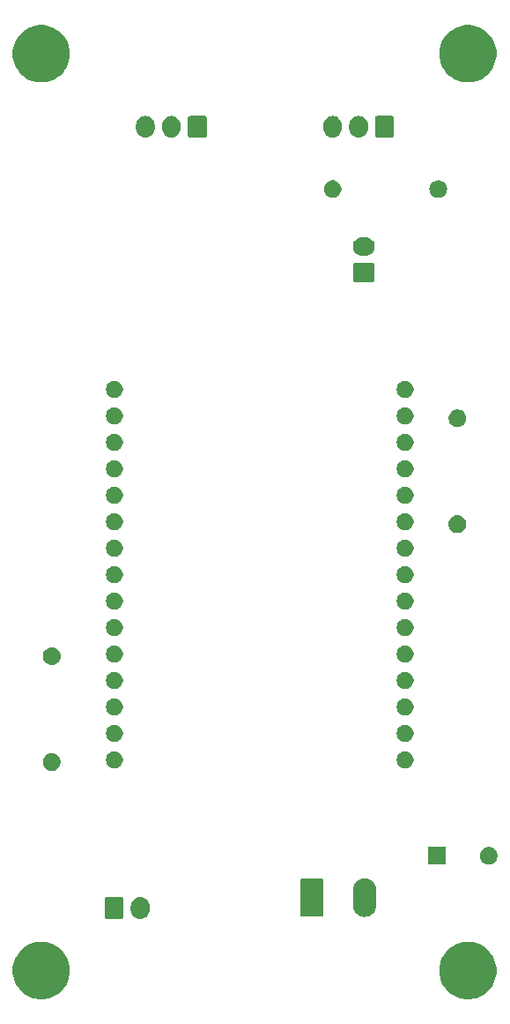
<source format=gbr>
G04 #@! TF.GenerationSoftware,KiCad,Pcbnew,(5.1.4)-1*
G04 #@! TF.CreationDate,2022-03-06T23:24:09-05:00*
G04 #@! TF.ProjectId,wifi_remote_leds,77696669-5f72-4656-9d6f-74655f6c6564,rev?*
G04 #@! TF.SameCoordinates,Original*
G04 #@! TF.FileFunction,Soldermask,Top*
G04 #@! TF.FilePolarity,Negative*
%FSLAX46Y46*%
G04 Gerber Fmt 4.6, Leading zero omitted, Abs format (unit mm)*
G04 Created by KiCad (PCBNEW (5.1.4)-1) date 2022-03-06 23:24:09*
%MOMM*%
%LPD*%
G04 APERTURE LIST*
%ADD10C,0.100000*%
G04 APERTURE END LIST*
D10*
G36*
X120536694Y-113301860D02*
G01*
X120802437Y-113354719D01*
X121303087Y-113562095D01*
X121483561Y-113682684D01*
X121753660Y-113863158D01*
X122136842Y-114246340D01*
X122317316Y-114516439D01*
X122437905Y-114696913D01*
X122645281Y-115197563D01*
X122751000Y-115729050D01*
X122751000Y-116270950D01*
X122645281Y-116802437D01*
X122437905Y-117303087D01*
X122317316Y-117483561D01*
X122136842Y-117753660D01*
X121753660Y-118136842D01*
X121483561Y-118317316D01*
X121303087Y-118437905D01*
X120802437Y-118645281D01*
X120536694Y-118698140D01*
X120270951Y-118751000D01*
X119729049Y-118751000D01*
X119463306Y-118698140D01*
X119197563Y-118645281D01*
X118696913Y-118437905D01*
X118516439Y-118317316D01*
X118246340Y-118136842D01*
X117863158Y-117753660D01*
X117682684Y-117483561D01*
X117562095Y-117303087D01*
X117354719Y-116802437D01*
X117249000Y-116270950D01*
X117249000Y-115729050D01*
X117354719Y-115197563D01*
X117562095Y-114696913D01*
X117682684Y-114516439D01*
X117863158Y-114246340D01*
X118246340Y-113863158D01*
X118516439Y-113682684D01*
X118696913Y-113562095D01*
X119197563Y-113354719D01*
X119463306Y-113301860D01*
X119729049Y-113249000D01*
X120270951Y-113249000D01*
X120536694Y-113301860D01*
X120536694Y-113301860D01*
G37*
G36*
X79536694Y-113301860D02*
G01*
X79802437Y-113354719D01*
X80303087Y-113562095D01*
X80483561Y-113682684D01*
X80753660Y-113863158D01*
X81136842Y-114246340D01*
X81317316Y-114516439D01*
X81437905Y-114696913D01*
X81645281Y-115197563D01*
X81751000Y-115729050D01*
X81751000Y-116270950D01*
X81645281Y-116802437D01*
X81437905Y-117303087D01*
X81317316Y-117483561D01*
X81136842Y-117753660D01*
X80753660Y-118136842D01*
X80483561Y-118317316D01*
X80303087Y-118437905D01*
X79802437Y-118645281D01*
X79536694Y-118698140D01*
X79270951Y-118751000D01*
X78729049Y-118751000D01*
X78463306Y-118698140D01*
X78197563Y-118645281D01*
X77696913Y-118437905D01*
X77516439Y-118317316D01*
X77246340Y-118136842D01*
X76863158Y-117753660D01*
X76682684Y-117483561D01*
X76562095Y-117303087D01*
X76354719Y-116802437D01*
X76249000Y-116270950D01*
X76249000Y-115729050D01*
X76354719Y-115197563D01*
X76562095Y-114696913D01*
X76682684Y-114516439D01*
X76863158Y-114246340D01*
X77246340Y-113863158D01*
X77516439Y-113682684D01*
X77696913Y-113562095D01*
X78197563Y-113354719D01*
X78463306Y-113301860D01*
X78729049Y-113249000D01*
X79270951Y-113249000D01*
X79536694Y-113301860D01*
X79536694Y-113301860D01*
G37*
G36*
X88676626Y-108962037D02*
G01*
X88846465Y-109013557D01*
X88846467Y-109013558D01*
X89002989Y-109097221D01*
X89140186Y-109209814D01*
X89223448Y-109311271D01*
X89252778Y-109347009D01*
X89336443Y-109503534D01*
X89387963Y-109673373D01*
X89401000Y-109805742D01*
X89401000Y-110194257D01*
X89387963Y-110326626D01*
X89336443Y-110496466D01*
X89252778Y-110652991D01*
X89237570Y-110671522D01*
X89140186Y-110790186D01*
X89059651Y-110856278D01*
X89002991Y-110902778D01*
X88846466Y-110986443D01*
X88676627Y-111037963D01*
X88500000Y-111055359D01*
X88323374Y-111037963D01*
X88153535Y-110986443D01*
X87997010Y-110902778D01*
X87859815Y-110790185D01*
X87747222Y-110652991D01*
X87663557Y-110496466D01*
X87612037Y-110326627D01*
X87599000Y-110194258D01*
X87599000Y-109805743D01*
X87612037Y-109673374D01*
X87663557Y-109503535D01*
X87747222Y-109347010D01*
X87747223Y-109347009D01*
X87859814Y-109209814D01*
X87961271Y-109126552D01*
X87997009Y-109097222D01*
X88153534Y-109013557D01*
X88323373Y-108962037D01*
X88500000Y-108944641D01*
X88676626Y-108962037D01*
X88676626Y-108962037D01*
G37*
G36*
X86758600Y-108952989D02*
G01*
X86791652Y-108963015D01*
X86822103Y-108979292D01*
X86848799Y-109001201D01*
X86870708Y-109027897D01*
X86886985Y-109058348D01*
X86897011Y-109091400D01*
X86901000Y-109131903D01*
X86901000Y-110868097D01*
X86897011Y-110908600D01*
X86886985Y-110941652D01*
X86870708Y-110972103D01*
X86848799Y-110998799D01*
X86822103Y-111020708D01*
X86791652Y-111036985D01*
X86758600Y-111047011D01*
X86718097Y-111051000D01*
X85281903Y-111051000D01*
X85241400Y-111047011D01*
X85208348Y-111036985D01*
X85177897Y-111020708D01*
X85151201Y-110998799D01*
X85129292Y-110972103D01*
X85113015Y-110941652D01*
X85102989Y-110908600D01*
X85099000Y-110868097D01*
X85099000Y-109131903D01*
X85102989Y-109091400D01*
X85113015Y-109058348D01*
X85129292Y-109027897D01*
X85151201Y-109001201D01*
X85177897Y-108979292D01*
X85208348Y-108963015D01*
X85241400Y-108952989D01*
X85281903Y-108949000D01*
X86718097Y-108949000D01*
X86758600Y-108952989D01*
X86758600Y-108952989D01*
G37*
G36*
X110293870Y-107164786D02*
G01*
X110404779Y-107198430D01*
X110495053Y-107225814D01*
X110499529Y-107227172D01*
X110656165Y-107310896D01*
X110689059Y-107328478D01*
X110855186Y-107464814D01*
X110991522Y-107630941D01*
X110991525Y-107630945D01*
X111092828Y-107820470D01*
X111155214Y-108026129D01*
X111171000Y-108186409D01*
X111171000Y-109813591D01*
X111155214Y-109973871D01*
X111092828Y-110179530D01*
X110991525Y-110369055D01*
X110991523Y-110369058D01*
X110991522Y-110369059D01*
X110855186Y-110535186D01*
X110711639Y-110652991D01*
X110689055Y-110671525D01*
X110499530Y-110772828D01*
X110499527Y-110772829D01*
X110488058Y-110776308D01*
X110293871Y-110835214D01*
X110080000Y-110856278D01*
X109866130Y-110835214D01*
X109671943Y-110776308D01*
X109660474Y-110772829D01*
X109660471Y-110772828D01*
X109470946Y-110671525D01*
X109448362Y-110652991D01*
X109304815Y-110535186D01*
X109168479Y-110369059D01*
X109168478Y-110369058D01*
X109168476Y-110369055D01*
X109067171Y-110179527D01*
X109004786Y-109973874D01*
X108989000Y-109813591D01*
X108989000Y-108186410D01*
X109004786Y-108026130D01*
X109067172Y-107820471D01*
X109168477Y-107630943D01*
X109168478Y-107630941D01*
X109304814Y-107464814D01*
X109470941Y-107328478D01*
X109470942Y-107328477D01*
X109470945Y-107328475D01*
X109660470Y-107227172D01*
X109664947Y-107225814D01*
X109755220Y-107198430D01*
X109866129Y-107164786D01*
X110080000Y-107143722D01*
X110293870Y-107164786D01*
X110293870Y-107164786D01*
G37*
G36*
X105956217Y-107152808D02*
G01*
X105987489Y-107162294D01*
X106016308Y-107177698D01*
X106041570Y-107198430D01*
X106062302Y-107223692D01*
X106077706Y-107252511D01*
X106087192Y-107283783D01*
X106091000Y-107322448D01*
X106091000Y-110677552D01*
X106087192Y-110716217D01*
X106077706Y-110747489D01*
X106062302Y-110776308D01*
X106041570Y-110801570D01*
X106016308Y-110822302D01*
X105987489Y-110837706D01*
X105956217Y-110847192D01*
X105917552Y-110851000D01*
X104082448Y-110851000D01*
X104043783Y-110847192D01*
X104012511Y-110837706D01*
X103983692Y-110822302D01*
X103958430Y-110801570D01*
X103937698Y-110776308D01*
X103922294Y-110747489D01*
X103912808Y-110716217D01*
X103909000Y-110677552D01*
X103909000Y-107322448D01*
X103912808Y-107283783D01*
X103922294Y-107252511D01*
X103937698Y-107223692D01*
X103958430Y-107198430D01*
X103983692Y-107177698D01*
X104012511Y-107162294D01*
X104043783Y-107152808D01*
X104082448Y-107149000D01*
X105917552Y-107149000D01*
X105956217Y-107152808D01*
X105956217Y-107152808D01*
G37*
G36*
X117851000Y-105851000D02*
G01*
X116149000Y-105851000D01*
X116149000Y-104149000D01*
X117851000Y-104149000D01*
X117851000Y-105851000D01*
X117851000Y-105851000D01*
G37*
G36*
X122248228Y-104181703D02*
G01*
X122403100Y-104245853D01*
X122542481Y-104338985D01*
X122661015Y-104457519D01*
X122754147Y-104596900D01*
X122818297Y-104751772D01*
X122851000Y-104916184D01*
X122851000Y-105083816D01*
X122818297Y-105248228D01*
X122754147Y-105403100D01*
X122661015Y-105542481D01*
X122542481Y-105661015D01*
X122403100Y-105754147D01*
X122248228Y-105818297D01*
X122083816Y-105851000D01*
X121916184Y-105851000D01*
X121751772Y-105818297D01*
X121596900Y-105754147D01*
X121457519Y-105661015D01*
X121338985Y-105542481D01*
X121245853Y-105403100D01*
X121181703Y-105248228D01*
X121149000Y-105083816D01*
X121149000Y-104916184D01*
X121181703Y-104751772D01*
X121245853Y-104596900D01*
X121338985Y-104457519D01*
X121457519Y-104338985D01*
X121596900Y-104245853D01*
X121751772Y-104181703D01*
X121916184Y-104149000D01*
X122083816Y-104149000D01*
X122248228Y-104181703D01*
X122248228Y-104181703D01*
G37*
G36*
X80248228Y-95181703D02*
G01*
X80403100Y-95245853D01*
X80542481Y-95338985D01*
X80661015Y-95457519D01*
X80754147Y-95596900D01*
X80818297Y-95751772D01*
X80851000Y-95916184D01*
X80851000Y-96083816D01*
X80818297Y-96248228D01*
X80754147Y-96403100D01*
X80661015Y-96542481D01*
X80542481Y-96661015D01*
X80403100Y-96754147D01*
X80248228Y-96818297D01*
X80083816Y-96851000D01*
X79916184Y-96851000D01*
X79751772Y-96818297D01*
X79596900Y-96754147D01*
X79457519Y-96661015D01*
X79338985Y-96542481D01*
X79245853Y-96403100D01*
X79181703Y-96248228D01*
X79149000Y-96083816D01*
X79149000Y-95916184D01*
X79181703Y-95751772D01*
X79245853Y-95596900D01*
X79338985Y-95457519D01*
X79457519Y-95338985D01*
X79596900Y-95245853D01*
X79751772Y-95181703D01*
X79916184Y-95149000D01*
X80083816Y-95149000D01*
X80248228Y-95181703D01*
X80248228Y-95181703D01*
G37*
G36*
X86267142Y-94998242D02*
G01*
X86415101Y-95059529D01*
X86548255Y-95148499D01*
X86661501Y-95261745D01*
X86750471Y-95394899D01*
X86811758Y-95542858D01*
X86843000Y-95699925D01*
X86843000Y-95860075D01*
X86811758Y-96017142D01*
X86750471Y-96165101D01*
X86661501Y-96298255D01*
X86548255Y-96411501D01*
X86415101Y-96500471D01*
X86267142Y-96561758D01*
X86110075Y-96593000D01*
X85949925Y-96593000D01*
X85792858Y-96561758D01*
X85644899Y-96500471D01*
X85511745Y-96411501D01*
X85398499Y-96298255D01*
X85309529Y-96165101D01*
X85248242Y-96017142D01*
X85217000Y-95860075D01*
X85217000Y-95699925D01*
X85248242Y-95542858D01*
X85309529Y-95394899D01*
X85398499Y-95261745D01*
X85511745Y-95148499D01*
X85644899Y-95059529D01*
X85792858Y-94998242D01*
X85949925Y-94967000D01*
X86110075Y-94967000D01*
X86267142Y-94998242D01*
X86267142Y-94998242D01*
G37*
G36*
X114207142Y-94998242D02*
G01*
X114355101Y-95059529D01*
X114488255Y-95148499D01*
X114601501Y-95261745D01*
X114690471Y-95394899D01*
X114751758Y-95542858D01*
X114783000Y-95699925D01*
X114783000Y-95860075D01*
X114751758Y-96017142D01*
X114690471Y-96165101D01*
X114601501Y-96298255D01*
X114488255Y-96411501D01*
X114355101Y-96500471D01*
X114207142Y-96561758D01*
X114050075Y-96593000D01*
X113889925Y-96593000D01*
X113732858Y-96561758D01*
X113584899Y-96500471D01*
X113451745Y-96411501D01*
X113338499Y-96298255D01*
X113249529Y-96165101D01*
X113188242Y-96017142D01*
X113157000Y-95860075D01*
X113157000Y-95699925D01*
X113188242Y-95542858D01*
X113249529Y-95394899D01*
X113338499Y-95261745D01*
X113451745Y-95148499D01*
X113584899Y-95059529D01*
X113732858Y-94998242D01*
X113889925Y-94967000D01*
X114050075Y-94967000D01*
X114207142Y-94998242D01*
X114207142Y-94998242D01*
G37*
G36*
X114207142Y-92458242D02*
G01*
X114355101Y-92519529D01*
X114488255Y-92608499D01*
X114601501Y-92721745D01*
X114690471Y-92854899D01*
X114751758Y-93002858D01*
X114783000Y-93159925D01*
X114783000Y-93320075D01*
X114751758Y-93477142D01*
X114690471Y-93625101D01*
X114601501Y-93758255D01*
X114488255Y-93871501D01*
X114355101Y-93960471D01*
X114207142Y-94021758D01*
X114050075Y-94053000D01*
X113889925Y-94053000D01*
X113732858Y-94021758D01*
X113584899Y-93960471D01*
X113451745Y-93871501D01*
X113338499Y-93758255D01*
X113249529Y-93625101D01*
X113188242Y-93477142D01*
X113157000Y-93320075D01*
X113157000Y-93159925D01*
X113188242Y-93002858D01*
X113249529Y-92854899D01*
X113338499Y-92721745D01*
X113451745Y-92608499D01*
X113584899Y-92519529D01*
X113732858Y-92458242D01*
X113889925Y-92427000D01*
X114050075Y-92427000D01*
X114207142Y-92458242D01*
X114207142Y-92458242D01*
G37*
G36*
X86267142Y-92458242D02*
G01*
X86415101Y-92519529D01*
X86548255Y-92608499D01*
X86661501Y-92721745D01*
X86750471Y-92854899D01*
X86811758Y-93002858D01*
X86843000Y-93159925D01*
X86843000Y-93320075D01*
X86811758Y-93477142D01*
X86750471Y-93625101D01*
X86661501Y-93758255D01*
X86548255Y-93871501D01*
X86415101Y-93960471D01*
X86267142Y-94021758D01*
X86110075Y-94053000D01*
X85949925Y-94053000D01*
X85792858Y-94021758D01*
X85644899Y-93960471D01*
X85511745Y-93871501D01*
X85398499Y-93758255D01*
X85309529Y-93625101D01*
X85248242Y-93477142D01*
X85217000Y-93320075D01*
X85217000Y-93159925D01*
X85248242Y-93002858D01*
X85309529Y-92854899D01*
X85398499Y-92721745D01*
X85511745Y-92608499D01*
X85644899Y-92519529D01*
X85792858Y-92458242D01*
X85949925Y-92427000D01*
X86110075Y-92427000D01*
X86267142Y-92458242D01*
X86267142Y-92458242D01*
G37*
G36*
X86267142Y-89918242D02*
G01*
X86415101Y-89979529D01*
X86548255Y-90068499D01*
X86661501Y-90181745D01*
X86750471Y-90314899D01*
X86811758Y-90462858D01*
X86843000Y-90619925D01*
X86843000Y-90780075D01*
X86811758Y-90937142D01*
X86750471Y-91085101D01*
X86661501Y-91218255D01*
X86548255Y-91331501D01*
X86415101Y-91420471D01*
X86267142Y-91481758D01*
X86110075Y-91513000D01*
X85949925Y-91513000D01*
X85792858Y-91481758D01*
X85644899Y-91420471D01*
X85511745Y-91331501D01*
X85398499Y-91218255D01*
X85309529Y-91085101D01*
X85248242Y-90937142D01*
X85217000Y-90780075D01*
X85217000Y-90619925D01*
X85248242Y-90462858D01*
X85309529Y-90314899D01*
X85398499Y-90181745D01*
X85511745Y-90068499D01*
X85644899Y-89979529D01*
X85792858Y-89918242D01*
X85949925Y-89887000D01*
X86110075Y-89887000D01*
X86267142Y-89918242D01*
X86267142Y-89918242D01*
G37*
G36*
X114207142Y-89918242D02*
G01*
X114355101Y-89979529D01*
X114488255Y-90068499D01*
X114601501Y-90181745D01*
X114690471Y-90314899D01*
X114751758Y-90462858D01*
X114783000Y-90619925D01*
X114783000Y-90780075D01*
X114751758Y-90937142D01*
X114690471Y-91085101D01*
X114601501Y-91218255D01*
X114488255Y-91331501D01*
X114355101Y-91420471D01*
X114207142Y-91481758D01*
X114050075Y-91513000D01*
X113889925Y-91513000D01*
X113732858Y-91481758D01*
X113584899Y-91420471D01*
X113451745Y-91331501D01*
X113338499Y-91218255D01*
X113249529Y-91085101D01*
X113188242Y-90937142D01*
X113157000Y-90780075D01*
X113157000Y-90619925D01*
X113188242Y-90462858D01*
X113249529Y-90314899D01*
X113338499Y-90181745D01*
X113451745Y-90068499D01*
X113584899Y-89979529D01*
X113732858Y-89918242D01*
X113889925Y-89887000D01*
X114050075Y-89887000D01*
X114207142Y-89918242D01*
X114207142Y-89918242D01*
G37*
G36*
X86267142Y-87378242D02*
G01*
X86415101Y-87439529D01*
X86548255Y-87528499D01*
X86661501Y-87641745D01*
X86750471Y-87774899D01*
X86811758Y-87922858D01*
X86843000Y-88079925D01*
X86843000Y-88240075D01*
X86811758Y-88397142D01*
X86750471Y-88545101D01*
X86661501Y-88678255D01*
X86548255Y-88791501D01*
X86415101Y-88880471D01*
X86267142Y-88941758D01*
X86110075Y-88973000D01*
X85949925Y-88973000D01*
X85792858Y-88941758D01*
X85644899Y-88880471D01*
X85511745Y-88791501D01*
X85398499Y-88678255D01*
X85309529Y-88545101D01*
X85248242Y-88397142D01*
X85217000Y-88240075D01*
X85217000Y-88079925D01*
X85248242Y-87922858D01*
X85309529Y-87774899D01*
X85398499Y-87641745D01*
X85511745Y-87528499D01*
X85644899Y-87439529D01*
X85792858Y-87378242D01*
X85949925Y-87347000D01*
X86110075Y-87347000D01*
X86267142Y-87378242D01*
X86267142Y-87378242D01*
G37*
G36*
X114207142Y-87378242D02*
G01*
X114355101Y-87439529D01*
X114488255Y-87528499D01*
X114601501Y-87641745D01*
X114690471Y-87774899D01*
X114751758Y-87922858D01*
X114783000Y-88079925D01*
X114783000Y-88240075D01*
X114751758Y-88397142D01*
X114690471Y-88545101D01*
X114601501Y-88678255D01*
X114488255Y-88791501D01*
X114355101Y-88880471D01*
X114207142Y-88941758D01*
X114050075Y-88973000D01*
X113889925Y-88973000D01*
X113732858Y-88941758D01*
X113584899Y-88880471D01*
X113451745Y-88791501D01*
X113338499Y-88678255D01*
X113249529Y-88545101D01*
X113188242Y-88397142D01*
X113157000Y-88240075D01*
X113157000Y-88079925D01*
X113188242Y-87922858D01*
X113249529Y-87774899D01*
X113338499Y-87641745D01*
X113451745Y-87528499D01*
X113584899Y-87439529D01*
X113732858Y-87378242D01*
X113889925Y-87347000D01*
X114050075Y-87347000D01*
X114207142Y-87378242D01*
X114207142Y-87378242D01*
G37*
G36*
X80166823Y-85001313D02*
G01*
X80327242Y-85049976D01*
X80424091Y-85101743D01*
X80475078Y-85128996D01*
X80604659Y-85235341D01*
X80711004Y-85364922D01*
X80711005Y-85364924D01*
X80790024Y-85512758D01*
X80838687Y-85673177D01*
X80855117Y-85840000D01*
X80838687Y-86006823D01*
X80790024Y-86167242D01*
X80719114Y-86299906D01*
X80711004Y-86315078D01*
X80604659Y-86444659D01*
X80475078Y-86551004D01*
X80475076Y-86551005D01*
X80327242Y-86630024D01*
X80166823Y-86678687D01*
X80041804Y-86691000D01*
X79958196Y-86691000D01*
X79833177Y-86678687D01*
X79672758Y-86630024D01*
X79524924Y-86551005D01*
X79524922Y-86551004D01*
X79395341Y-86444659D01*
X79288996Y-86315078D01*
X79280886Y-86299906D01*
X79209976Y-86167242D01*
X79161313Y-86006823D01*
X79144883Y-85840000D01*
X79161313Y-85673177D01*
X79209976Y-85512758D01*
X79288995Y-85364924D01*
X79288996Y-85364922D01*
X79395341Y-85235341D01*
X79524922Y-85128996D01*
X79575909Y-85101743D01*
X79672758Y-85049976D01*
X79833177Y-85001313D01*
X79958196Y-84989000D01*
X80041804Y-84989000D01*
X80166823Y-85001313D01*
X80166823Y-85001313D01*
G37*
G36*
X86267142Y-84838242D02*
G01*
X86415101Y-84899529D01*
X86548255Y-84988499D01*
X86661501Y-85101745D01*
X86750471Y-85234899D01*
X86811758Y-85382858D01*
X86843000Y-85539925D01*
X86843000Y-85700075D01*
X86811758Y-85857142D01*
X86750471Y-86005101D01*
X86661501Y-86138255D01*
X86548255Y-86251501D01*
X86415101Y-86340471D01*
X86267142Y-86401758D01*
X86110075Y-86433000D01*
X85949925Y-86433000D01*
X85792858Y-86401758D01*
X85644899Y-86340471D01*
X85511745Y-86251501D01*
X85398499Y-86138255D01*
X85309529Y-86005101D01*
X85248242Y-85857142D01*
X85217000Y-85700075D01*
X85217000Y-85539925D01*
X85248242Y-85382858D01*
X85309529Y-85234899D01*
X85398499Y-85101745D01*
X85511745Y-84988499D01*
X85644899Y-84899529D01*
X85792858Y-84838242D01*
X85949925Y-84807000D01*
X86110075Y-84807000D01*
X86267142Y-84838242D01*
X86267142Y-84838242D01*
G37*
G36*
X114207142Y-84838242D02*
G01*
X114355101Y-84899529D01*
X114488255Y-84988499D01*
X114601501Y-85101745D01*
X114690471Y-85234899D01*
X114751758Y-85382858D01*
X114783000Y-85539925D01*
X114783000Y-85700075D01*
X114751758Y-85857142D01*
X114690471Y-86005101D01*
X114601501Y-86138255D01*
X114488255Y-86251501D01*
X114355101Y-86340471D01*
X114207142Y-86401758D01*
X114050075Y-86433000D01*
X113889925Y-86433000D01*
X113732858Y-86401758D01*
X113584899Y-86340471D01*
X113451745Y-86251501D01*
X113338499Y-86138255D01*
X113249529Y-86005101D01*
X113188242Y-85857142D01*
X113157000Y-85700075D01*
X113157000Y-85539925D01*
X113188242Y-85382858D01*
X113249529Y-85234899D01*
X113338499Y-85101745D01*
X113451745Y-84988499D01*
X113584899Y-84899529D01*
X113732858Y-84838242D01*
X113889925Y-84807000D01*
X114050075Y-84807000D01*
X114207142Y-84838242D01*
X114207142Y-84838242D01*
G37*
G36*
X86267142Y-82298242D02*
G01*
X86415101Y-82359529D01*
X86548255Y-82448499D01*
X86661501Y-82561745D01*
X86750471Y-82694899D01*
X86811758Y-82842858D01*
X86843000Y-82999925D01*
X86843000Y-83160075D01*
X86811758Y-83317142D01*
X86750471Y-83465101D01*
X86661501Y-83598255D01*
X86548255Y-83711501D01*
X86415101Y-83800471D01*
X86267142Y-83861758D01*
X86110075Y-83893000D01*
X85949925Y-83893000D01*
X85792858Y-83861758D01*
X85644899Y-83800471D01*
X85511745Y-83711501D01*
X85398499Y-83598255D01*
X85309529Y-83465101D01*
X85248242Y-83317142D01*
X85217000Y-83160075D01*
X85217000Y-82999925D01*
X85248242Y-82842858D01*
X85309529Y-82694899D01*
X85398499Y-82561745D01*
X85511745Y-82448499D01*
X85644899Y-82359529D01*
X85792858Y-82298242D01*
X85949925Y-82267000D01*
X86110075Y-82267000D01*
X86267142Y-82298242D01*
X86267142Y-82298242D01*
G37*
G36*
X114207142Y-82298242D02*
G01*
X114355101Y-82359529D01*
X114488255Y-82448499D01*
X114601501Y-82561745D01*
X114690471Y-82694899D01*
X114751758Y-82842858D01*
X114783000Y-82999925D01*
X114783000Y-83160075D01*
X114751758Y-83317142D01*
X114690471Y-83465101D01*
X114601501Y-83598255D01*
X114488255Y-83711501D01*
X114355101Y-83800471D01*
X114207142Y-83861758D01*
X114050075Y-83893000D01*
X113889925Y-83893000D01*
X113732858Y-83861758D01*
X113584899Y-83800471D01*
X113451745Y-83711501D01*
X113338499Y-83598255D01*
X113249529Y-83465101D01*
X113188242Y-83317142D01*
X113157000Y-83160075D01*
X113157000Y-82999925D01*
X113188242Y-82842858D01*
X113249529Y-82694899D01*
X113338499Y-82561745D01*
X113451745Y-82448499D01*
X113584899Y-82359529D01*
X113732858Y-82298242D01*
X113889925Y-82267000D01*
X114050075Y-82267000D01*
X114207142Y-82298242D01*
X114207142Y-82298242D01*
G37*
G36*
X114207142Y-79758242D02*
G01*
X114355101Y-79819529D01*
X114488255Y-79908499D01*
X114601501Y-80021745D01*
X114690471Y-80154899D01*
X114751758Y-80302858D01*
X114783000Y-80459925D01*
X114783000Y-80620075D01*
X114751758Y-80777142D01*
X114690471Y-80925101D01*
X114601501Y-81058255D01*
X114488255Y-81171501D01*
X114355101Y-81260471D01*
X114207142Y-81321758D01*
X114050075Y-81353000D01*
X113889925Y-81353000D01*
X113732858Y-81321758D01*
X113584899Y-81260471D01*
X113451745Y-81171501D01*
X113338499Y-81058255D01*
X113249529Y-80925101D01*
X113188242Y-80777142D01*
X113157000Y-80620075D01*
X113157000Y-80459925D01*
X113188242Y-80302858D01*
X113249529Y-80154899D01*
X113338499Y-80021745D01*
X113451745Y-79908499D01*
X113584899Y-79819529D01*
X113732858Y-79758242D01*
X113889925Y-79727000D01*
X114050075Y-79727000D01*
X114207142Y-79758242D01*
X114207142Y-79758242D01*
G37*
G36*
X86267142Y-79758242D02*
G01*
X86415101Y-79819529D01*
X86548255Y-79908499D01*
X86661501Y-80021745D01*
X86750471Y-80154899D01*
X86811758Y-80302858D01*
X86843000Y-80459925D01*
X86843000Y-80620075D01*
X86811758Y-80777142D01*
X86750471Y-80925101D01*
X86661501Y-81058255D01*
X86548255Y-81171501D01*
X86415101Y-81260471D01*
X86267142Y-81321758D01*
X86110075Y-81353000D01*
X85949925Y-81353000D01*
X85792858Y-81321758D01*
X85644899Y-81260471D01*
X85511745Y-81171501D01*
X85398499Y-81058255D01*
X85309529Y-80925101D01*
X85248242Y-80777142D01*
X85217000Y-80620075D01*
X85217000Y-80459925D01*
X85248242Y-80302858D01*
X85309529Y-80154899D01*
X85398499Y-80021745D01*
X85511745Y-79908499D01*
X85644899Y-79819529D01*
X85792858Y-79758242D01*
X85949925Y-79727000D01*
X86110075Y-79727000D01*
X86267142Y-79758242D01*
X86267142Y-79758242D01*
G37*
G36*
X114207142Y-77218242D02*
G01*
X114355101Y-77279529D01*
X114488255Y-77368499D01*
X114601501Y-77481745D01*
X114690471Y-77614899D01*
X114751758Y-77762858D01*
X114783000Y-77919925D01*
X114783000Y-78080075D01*
X114751758Y-78237142D01*
X114690471Y-78385101D01*
X114601501Y-78518255D01*
X114488255Y-78631501D01*
X114355101Y-78720471D01*
X114207142Y-78781758D01*
X114050075Y-78813000D01*
X113889925Y-78813000D01*
X113732858Y-78781758D01*
X113584899Y-78720471D01*
X113451745Y-78631501D01*
X113338499Y-78518255D01*
X113249529Y-78385101D01*
X113188242Y-78237142D01*
X113157000Y-78080075D01*
X113157000Y-77919925D01*
X113188242Y-77762858D01*
X113249529Y-77614899D01*
X113338499Y-77481745D01*
X113451745Y-77368499D01*
X113584899Y-77279529D01*
X113732858Y-77218242D01*
X113889925Y-77187000D01*
X114050075Y-77187000D01*
X114207142Y-77218242D01*
X114207142Y-77218242D01*
G37*
G36*
X86267142Y-77218242D02*
G01*
X86415101Y-77279529D01*
X86548255Y-77368499D01*
X86661501Y-77481745D01*
X86750471Y-77614899D01*
X86811758Y-77762858D01*
X86843000Y-77919925D01*
X86843000Y-78080075D01*
X86811758Y-78237142D01*
X86750471Y-78385101D01*
X86661501Y-78518255D01*
X86548255Y-78631501D01*
X86415101Y-78720471D01*
X86267142Y-78781758D01*
X86110075Y-78813000D01*
X85949925Y-78813000D01*
X85792858Y-78781758D01*
X85644899Y-78720471D01*
X85511745Y-78631501D01*
X85398499Y-78518255D01*
X85309529Y-78385101D01*
X85248242Y-78237142D01*
X85217000Y-78080075D01*
X85217000Y-77919925D01*
X85248242Y-77762858D01*
X85309529Y-77614899D01*
X85398499Y-77481745D01*
X85511745Y-77368499D01*
X85644899Y-77279529D01*
X85792858Y-77218242D01*
X85949925Y-77187000D01*
X86110075Y-77187000D01*
X86267142Y-77218242D01*
X86267142Y-77218242D01*
G37*
G36*
X86267142Y-74678242D02*
G01*
X86415101Y-74739529D01*
X86548255Y-74828499D01*
X86661501Y-74941745D01*
X86750471Y-75074899D01*
X86811758Y-75222858D01*
X86843000Y-75379925D01*
X86843000Y-75540075D01*
X86811758Y-75697142D01*
X86750471Y-75845101D01*
X86661501Y-75978255D01*
X86548255Y-76091501D01*
X86415101Y-76180471D01*
X86267142Y-76241758D01*
X86110075Y-76273000D01*
X85949925Y-76273000D01*
X85792858Y-76241758D01*
X85644899Y-76180471D01*
X85511745Y-76091501D01*
X85398499Y-75978255D01*
X85309529Y-75845101D01*
X85248242Y-75697142D01*
X85217000Y-75540075D01*
X85217000Y-75379925D01*
X85248242Y-75222858D01*
X85309529Y-75074899D01*
X85398499Y-74941745D01*
X85511745Y-74828499D01*
X85644899Y-74739529D01*
X85792858Y-74678242D01*
X85949925Y-74647000D01*
X86110075Y-74647000D01*
X86267142Y-74678242D01*
X86267142Y-74678242D01*
G37*
G36*
X114207142Y-74678242D02*
G01*
X114355101Y-74739529D01*
X114488255Y-74828499D01*
X114601501Y-74941745D01*
X114690471Y-75074899D01*
X114751758Y-75222858D01*
X114783000Y-75379925D01*
X114783000Y-75540075D01*
X114751758Y-75697142D01*
X114690471Y-75845101D01*
X114601501Y-75978255D01*
X114488255Y-76091501D01*
X114355101Y-76180471D01*
X114207142Y-76241758D01*
X114050075Y-76273000D01*
X113889925Y-76273000D01*
X113732858Y-76241758D01*
X113584899Y-76180471D01*
X113451745Y-76091501D01*
X113338499Y-75978255D01*
X113249529Y-75845101D01*
X113188242Y-75697142D01*
X113157000Y-75540075D01*
X113157000Y-75379925D01*
X113188242Y-75222858D01*
X113249529Y-75074899D01*
X113338499Y-74941745D01*
X113451745Y-74828499D01*
X113584899Y-74739529D01*
X113732858Y-74678242D01*
X113889925Y-74647000D01*
X114050075Y-74647000D01*
X114207142Y-74678242D01*
X114207142Y-74678242D01*
G37*
G36*
X119166823Y-72321313D02*
G01*
X119327242Y-72369976D01*
X119459906Y-72440886D01*
X119475078Y-72448996D01*
X119604659Y-72555341D01*
X119711004Y-72684922D01*
X119711005Y-72684924D01*
X119790024Y-72832758D01*
X119838687Y-72993177D01*
X119855117Y-73160000D01*
X119838687Y-73326823D01*
X119790024Y-73487242D01*
X119755678Y-73551499D01*
X119711004Y-73635078D01*
X119604659Y-73764659D01*
X119475078Y-73871004D01*
X119475076Y-73871005D01*
X119327242Y-73950024D01*
X119166823Y-73998687D01*
X119041804Y-74011000D01*
X118958196Y-74011000D01*
X118833177Y-73998687D01*
X118672758Y-73950024D01*
X118524924Y-73871005D01*
X118524922Y-73871004D01*
X118395341Y-73764659D01*
X118288996Y-73635078D01*
X118244322Y-73551499D01*
X118209976Y-73487242D01*
X118161313Y-73326823D01*
X118144883Y-73160000D01*
X118161313Y-72993177D01*
X118209976Y-72832758D01*
X118288995Y-72684924D01*
X118288996Y-72684922D01*
X118395341Y-72555341D01*
X118524922Y-72448996D01*
X118540094Y-72440886D01*
X118672758Y-72369976D01*
X118833177Y-72321313D01*
X118958196Y-72309000D01*
X119041804Y-72309000D01*
X119166823Y-72321313D01*
X119166823Y-72321313D01*
G37*
G36*
X86267142Y-72138242D02*
G01*
X86415101Y-72199529D01*
X86548255Y-72288499D01*
X86661501Y-72401745D01*
X86750471Y-72534899D01*
X86811758Y-72682858D01*
X86843000Y-72839925D01*
X86843000Y-73000075D01*
X86811758Y-73157142D01*
X86750471Y-73305101D01*
X86661501Y-73438255D01*
X86548255Y-73551501D01*
X86415101Y-73640471D01*
X86267142Y-73701758D01*
X86110075Y-73733000D01*
X85949925Y-73733000D01*
X85792858Y-73701758D01*
X85644899Y-73640471D01*
X85511745Y-73551501D01*
X85398499Y-73438255D01*
X85309529Y-73305101D01*
X85248242Y-73157142D01*
X85217000Y-73000075D01*
X85217000Y-72839925D01*
X85248242Y-72682858D01*
X85309529Y-72534899D01*
X85398499Y-72401745D01*
X85511745Y-72288499D01*
X85644899Y-72199529D01*
X85792858Y-72138242D01*
X85949925Y-72107000D01*
X86110075Y-72107000D01*
X86267142Y-72138242D01*
X86267142Y-72138242D01*
G37*
G36*
X114207142Y-72138242D02*
G01*
X114355101Y-72199529D01*
X114488255Y-72288499D01*
X114601501Y-72401745D01*
X114690471Y-72534899D01*
X114751758Y-72682858D01*
X114783000Y-72839925D01*
X114783000Y-73000075D01*
X114751758Y-73157142D01*
X114690471Y-73305101D01*
X114601501Y-73438255D01*
X114488255Y-73551501D01*
X114355101Y-73640471D01*
X114207142Y-73701758D01*
X114050075Y-73733000D01*
X113889925Y-73733000D01*
X113732858Y-73701758D01*
X113584899Y-73640471D01*
X113451745Y-73551501D01*
X113338499Y-73438255D01*
X113249529Y-73305101D01*
X113188242Y-73157142D01*
X113157000Y-73000075D01*
X113157000Y-72839925D01*
X113188242Y-72682858D01*
X113249529Y-72534899D01*
X113338499Y-72401745D01*
X113451745Y-72288499D01*
X113584899Y-72199529D01*
X113732858Y-72138242D01*
X113889925Y-72107000D01*
X114050075Y-72107000D01*
X114207142Y-72138242D01*
X114207142Y-72138242D01*
G37*
G36*
X114207142Y-69598242D02*
G01*
X114355101Y-69659529D01*
X114488255Y-69748499D01*
X114601501Y-69861745D01*
X114690471Y-69994899D01*
X114751758Y-70142858D01*
X114783000Y-70299925D01*
X114783000Y-70460075D01*
X114751758Y-70617142D01*
X114690471Y-70765101D01*
X114601501Y-70898255D01*
X114488255Y-71011501D01*
X114355101Y-71100471D01*
X114207142Y-71161758D01*
X114050075Y-71193000D01*
X113889925Y-71193000D01*
X113732858Y-71161758D01*
X113584899Y-71100471D01*
X113451745Y-71011501D01*
X113338499Y-70898255D01*
X113249529Y-70765101D01*
X113188242Y-70617142D01*
X113157000Y-70460075D01*
X113157000Y-70299925D01*
X113188242Y-70142858D01*
X113249529Y-69994899D01*
X113338499Y-69861745D01*
X113451745Y-69748499D01*
X113584899Y-69659529D01*
X113732858Y-69598242D01*
X113889925Y-69567000D01*
X114050075Y-69567000D01*
X114207142Y-69598242D01*
X114207142Y-69598242D01*
G37*
G36*
X86267142Y-69598242D02*
G01*
X86415101Y-69659529D01*
X86548255Y-69748499D01*
X86661501Y-69861745D01*
X86750471Y-69994899D01*
X86811758Y-70142858D01*
X86843000Y-70299925D01*
X86843000Y-70460075D01*
X86811758Y-70617142D01*
X86750471Y-70765101D01*
X86661501Y-70898255D01*
X86548255Y-71011501D01*
X86415101Y-71100471D01*
X86267142Y-71161758D01*
X86110075Y-71193000D01*
X85949925Y-71193000D01*
X85792858Y-71161758D01*
X85644899Y-71100471D01*
X85511745Y-71011501D01*
X85398499Y-70898255D01*
X85309529Y-70765101D01*
X85248242Y-70617142D01*
X85217000Y-70460075D01*
X85217000Y-70299925D01*
X85248242Y-70142858D01*
X85309529Y-69994899D01*
X85398499Y-69861745D01*
X85511745Y-69748499D01*
X85644899Y-69659529D01*
X85792858Y-69598242D01*
X85949925Y-69567000D01*
X86110075Y-69567000D01*
X86267142Y-69598242D01*
X86267142Y-69598242D01*
G37*
G36*
X114207142Y-67058242D02*
G01*
X114355101Y-67119529D01*
X114488255Y-67208499D01*
X114601501Y-67321745D01*
X114690471Y-67454899D01*
X114751758Y-67602858D01*
X114783000Y-67759925D01*
X114783000Y-67920075D01*
X114751758Y-68077142D01*
X114690471Y-68225101D01*
X114601501Y-68358255D01*
X114488255Y-68471501D01*
X114355101Y-68560471D01*
X114207142Y-68621758D01*
X114050075Y-68653000D01*
X113889925Y-68653000D01*
X113732858Y-68621758D01*
X113584899Y-68560471D01*
X113451745Y-68471501D01*
X113338499Y-68358255D01*
X113249529Y-68225101D01*
X113188242Y-68077142D01*
X113157000Y-67920075D01*
X113157000Y-67759925D01*
X113188242Y-67602858D01*
X113249529Y-67454899D01*
X113338499Y-67321745D01*
X113451745Y-67208499D01*
X113584899Y-67119529D01*
X113732858Y-67058242D01*
X113889925Y-67027000D01*
X114050075Y-67027000D01*
X114207142Y-67058242D01*
X114207142Y-67058242D01*
G37*
G36*
X86267142Y-67058242D02*
G01*
X86415101Y-67119529D01*
X86548255Y-67208499D01*
X86661501Y-67321745D01*
X86750471Y-67454899D01*
X86811758Y-67602858D01*
X86843000Y-67759925D01*
X86843000Y-67920075D01*
X86811758Y-68077142D01*
X86750471Y-68225101D01*
X86661501Y-68358255D01*
X86548255Y-68471501D01*
X86415101Y-68560471D01*
X86267142Y-68621758D01*
X86110075Y-68653000D01*
X85949925Y-68653000D01*
X85792858Y-68621758D01*
X85644899Y-68560471D01*
X85511745Y-68471501D01*
X85398499Y-68358255D01*
X85309529Y-68225101D01*
X85248242Y-68077142D01*
X85217000Y-67920075D01*
X85217000Y-67759925D01*
X85248242Y-67602858D01*
X85309529Y-67454899D01*
X85398499Y-67321745D01*
X85511745Y-67208499D01*
X85644899Y-67119529D01*
X85792858Y-67058242D01*
X85949925Y-67027000D01*
X86110075Y-67027000D01*
X86267142Y-67058242D01*
X86267142Y-67058242D01*
G37*
G36*
X114207142Y-64518242D02*
G01*
X114355101Y-64579529D01*
X114488255Y-64668499D01*
X114601501Y-64781745D01*
X114690471Y-64914899D01*
X114751758Y-65062858D01*
X114783000Y-65219925D01*
X114783000Y-65380075D01*
X114751758Y-65537142D01*
X114690471Y-65685101D01*
X114601501Y-65818255D01*
X114488255Y-65931501D01*
X114355101Y-66020471D01*
X114207142Y-66081758D01*
X114050075Y-66113000D01*
X113889925Y-66113000D01*
X113732858Y-66081758D01*
X113584899Y-66020471D01*
X113451745Y-65931501D01*
X113338499Y-65818255D01*
X113249529Y-65685101D01*
X113188242Y-65537142D01*
X113157000Y-65380075D01*
X113157000Y-65219925D01*
X113188242Y-65062858D01*
X113249529Y-64914899D01*
X113338499Y-64781745D01*
X113451745Y-64668499D01*
X113584899Y-64579529D01*
X113732858Y-64518242D01*
X113889925Y-64487000D01*
X114050075Y-64487000D01*
X114207142Y-64518242D01*
X114207142Y-64518242D01*
G37*
G36*
X86267142Y-64518242D02*
G01*
X86415101Y-64579529D01*
X86548255Y-64668499D01*
X86661501Y-64781745D01*
X86750471Y-64914899D01*
X86811758Y-65062858D01*
X86843000Y-65219925D01*
X86843000Y-65380075D01*
X86811758Y-65537142D01*
X86750471Y-65685101D01*
X86661501Y-65818255D01*
X86548255Y-65931501D01*
X86415101Y-66020471D01*
X86267142Y-66081758D01*
X86110075Y-66113000D01*
X85949925Y-66113000D01*
X85792858Y-66081758D01*
X85644899Y-66020471D01*
X85511745Y-65931501D01*
X85398499Y-65818255D01*
X85309529Y-65685101D01*
X85248242Y-65537142D01*
X85217000Y-65380075D01*
X85217000Y-65219925D01*
X85248242Y-65062858D01*
X85309529Y-64914899D01*
X85398499Y-64781745D01*
X85511745Y-64668499D01*
X85644899Y-64579529D01*
X85792858Y-64518242D01*
X85949925Y-64487000D01*
X86110075Y-64487000D01*
X86267142Y-64518242D01*
X86267142Y-64518242D01*
G37*
G36*
X119248228Y-62181703D02*
G01*
X119403100Y-62245853D01*
X119542481Y-62338985D01*
X119661015Y-62457519D01*
X119754147Y-62596900D01*
X119818297Y-62751772D01*
X119851000Y-62916184D01*
X119851000Y-63083816D01*
X119818297Y-63248228D01*
X119754147Y-63403100D01*
X119661015Y-63542481D01*
X119542481Y-63661015D01*
X119403100Y-63754147D01*
X119248228Y-63818297D01*
X119083816Y-63851000D01*
X118916184Y-63851000D01*
X118751772Y-63818297D01*
X118596900Y-63754147D01*
X118457519Y-63661015D01*
X118338985Y-63542481D01*
X118245853Y-63403100D01*
X118181703Y-63248228D01*
X118149000Y-63083816D01*
X118149000Y-62916184D01*
X118181703Y-62751772D01*
X118245853Y-62596900D01*
X118338985Y-62457519D01*
X118457519Y-62338985D01*
X118596900Y-62245853D01*
X118751772Y-62181703D01*
X118916184Y-62149000D01*
X119083816Y-62149000D01*
X119248228Y-62181703D01*
X119248228Y-62181703D01*
G37*
G36*
X114207142Y-61978242D02*
G01*
X114355101Y-62039529D01*
X114488255Y-62128499D01*
X114601501Y-62241745D01*
X114690471Y-62374899D01*
X114751758Y-62522858D01*
X114783000Y-62679925D01*
X114783000Y-62840075D01*
X114751758Y-62997142D01*
X114690471Y-63145101D01*
X114601501Y-63278255D01*
X114488255Y-63391501D01*
X114355101Y-63480471D01*
X114207142Y-63541758D01*
X114050075Y-63573000D01*
X113889925Y-63573000D01*
X113732858Y-63541758D01*
X113584899Y-63480471D01*
X113451745Y-63391501D01*
X113338499Y-63278255D01*
X113249529Y-63145101D01*
X113188242Y-62997142D01*
X113157000Y-62840075D01*
X113157000Y-62679925D01*
X113188242Y-62522858D01*
X113249529Y-62374899D01*
X113338499Y-62241745D01*
X113451745Y-62128499D01*
X113584899Y-62039529D01*
X113732858Y-61978242D01*
X113889925Y-61947000D01*
X114050075Y-61947000D01*
X114207142Y-61978242D01*
X114207142Y-61978242D01*
G37*
G36*
X86267142Y-61978242D02*
G01*
X86415101Y-62039529D01*
X86548255Y-62128499D01*
X86661501Y-62241745D01*
X86750471Y-62374899D01*
X86811758Y-62522858D01*
X86843000Y-62679925D01*
X86843000Y-62840075D01*
X86811758Y-62997142D01*
X86750471Y-63145101D01*
X86661501Y-63278255D01*
X86548255Y-63391501D01*
X86415101Y-63480471D01*
X86267142Y-63541758D01*
X86110075Y-63573000D01*
X85949925Y-63573000D01*
X85792858Y-63541758D01*
X85644899Y-63480471D01*
X85511745Y-63391501D01*
X85398499Y-63278255D01*
X85309529Y-63145101D01*
X85248242Y-62997142D01*
X85217000Y-62840075D01*
X85217000Y-62679925D01*
X85248242Y-62522858D01*
X85309529Y-62374899D01*
X85398499Y-62241745D01*
X85511745Y-62128499D01*
X85644899Y-62039529D01*
X85792858Y-61978242D01*
X85949925Y-61947000D01*
X86110075Y-61947000D01*
X86267142Y-61978242D01*
X86267142Y-61978242D01*
G37*
G36*
X114207142Y-59438242D02*
G01*
X114355101Y-59499529D01*
X114488255Y-59588499D01*
X114601501Y-59701745D01*
X114690471Y-59834899D01*
X114751758Y-59982858D01*
X114783000Y-60139925D01*
X114783000Y-60300075D01*
X114751758Y-60457142D01*
X114690471Y-60605101D01*
X114601501Y-60738255D01*
X114488255Y-60851501D01*
X114355101Y-60940471D01*
X114207142Y-61001758D01*
X114050075Y-61033000D01*
X113889925Y-61033000D01*
X113732858Y-61001758D01*
X113584899Y-60940471D01*
X113451745Y-60851501D01*
X113338499Y-60738255D01*
X113249529Y-60605101D01*
X113188242Y-60457142D01*
X113157000Y-60300075D01*
X113157000Y-60139925D01*
X113188242Y-59982858D01*
X113249529Y-59834899D01*
X113338499Y-59701745D01*
X113451745Y-59588499D01*
X113584899Y-59499529D01*
X113732858Y-59438242D01*
X113889925Y-59407000D01*
X114050075Y-59407000D01*
X114207142Y-59438242D01*
X114207142Y-59438242D01*
G37*
G36*
X86267142Y-59438242D02*
G01*
X86415101Y-59499529D01*
X86548255Y-59588499D01*
X86661501Y-59701745D01*
X86750471Y-59834899D01*
X86811758Y-59982858D01*
X86843000Y-60139925D01*
X86843000Y-60300075D01*
X86811758Y-60457142D01*
X86750471Y-60605101D01*
X86661501Y-60738255D01*
X86548255Y-60851501D01*
X86415101Y-60940471D01*
X86267142Y-61001758D01*
X86110075Y-61033000D01*
X85949925Y-61033000D01*
X85792858Y-61001758D01*
X85644899Y-60940471D01*
X85511745Y-60851501D01*
X85398499Y-60738255D01*
X85309529Y-60605101D01*
X85248242Y-60457142D01*
X85217000Y-60300075D01*
X85217000Y-60139925D01*
X85248242Y-59982858D01*
X85309529Y-59834899D01*
X85398499Y-59701745D01*
X85511745Y-59588499D01*
X85644899Y-59499529D01*
X85792858Y-59438242D01*
X85949925Y-59407000D01*
X86110075Y-59407000D01*
X86267142Y-59438242D01*
X86267142Y-59438242D01*
G37*
G36*
X110908600Y-48102989D02*
G01*
X110941652Y-48113015D01*
X110972103Y-48129292D01*
X110998799Y-48151201D01*
X111020708Y-48177897D01*
X111036985Y-48208348D01*
X111047011Y-48241400D01*
X111051000Y-48281903D01*
X111051000Y-49718097D01*
X111047011Y-49758600D01*
X111036985Y-49791652D01*
X111020708Y-49822103D01*
X110998799Y-49848799D01*
X110972103Y-49870708D01*
X110941652Y-49886985D01*
X110908600Y-49897011D01*
X110868097Y-49901000D01*
X109131903Y-49901000D01*
X109091400Y-49897011D01*
X109058348Y-49886985D01*
X109027897Y-49870708D01*
X109001201Y-49848799D01*
X108979292Y-49822103D01*
X108963015Y-49791652D01*
X108952989Y-49758600D01*
X108949000Y-49718097D01*
X108949000Y-48281903D01*
X108952989Y-48241400D01*
X108963015Y-48208348D01*
X108979292Y-48177897D01*
X109001201Y-48151201D01*
X109027897Y-48129292D01*
X109058348Y-48113015D01*
X109091400Y-48102989D01*
X109131903Y-48099000D01*
X110868097Y-48099000D01*
X110908600Y-48102989D01*
X110908600Y-48102989D01*
G37*
G36*
X110260442Y-45605518D02*
G01*
X110326627Y-45612037D01*
X110496466Y-45663557D01*
X110652991Y-45747222D01*
X110688729Y-45776552D01*
X110790186Y-45859814D01*
X110873448Y-45961271D01*
X110902778Y-45997009D01*
X110986443Y-46153534D01*
X111037963Y-46323373D01*
X111055359Y-46500000D01*
X111037963Y-46676627D01*
X110986443Y-46846466D01*
X110902778Y-47002991D01*
X110873448Y-47038729D01*
X110790186Y-47140186D01*
X110688729Y-47223448D01*
X110652991Y-47252778D01*
X110496466Y-47336443D01*
X110326627Y-47387963D01*
X110260443Y-47394481D01*
X110194260Y-47401000D01*
X109805740Y-47401000D01*
X109739557Y-47394481D01*
X109673373Y-47387963D01*
X109503534Y-47336443D01*
X109347009Y-47252778D01*
X109311271Y-47223448D01*
X109209814Y-47140186D01*
X109126552Y-47038729D01*
X109097222Y-47002991D01*
X109013557Y-46846466D01*
X108962037Y-46676627D01*
X108944641Y-46500000D01*
X108962037Y-46323373D01*
X109013557Y-46153534D01*
X109097222Y-45997009D01*
X109126552Y-45961271D01*
X109209814Y-45859814D01*
X109311271Y-45776552D01*
X109347009Y-45747222D01*
X109503534Y-45663557D01*
X109673373Y-45612037D01*
X109739558Y-45605518D01*
X109805740Y-45599000D01*
X110194260Y-45599000D01*
X110260442Y-45605518D01*
X110260442Y-45605518D01*
G37*
G36*
X117326823Y-40161313D02*
G01*
X117487242Y-40209976D01*
X117554361Y-40245852D01*
X117635078Y-40288996D01*
X117764659Y-40395341D01*
X117871004Y-40524922D01*
X117871005Y-40524924D01*
X117950024Y-40672758D01*
X117998687Y-40833177D01*
X118015117Y-41000000D01*
X117998687Y-41166823D01*
X117950024Y-41327242D01*
X117909477Y-41403100D01*
X117871004Y-41475078D01*
X117764659Y-41604659D01*
X117635078Y-41711004D01*
X117635076Y-41711005D01*
X117487242Y-41790024D01*
X117326823Y-41838687D01*
X117201804Y-41851000D01*
X117118196Y-41851000D01*
X116993177Y-41838687D01*
X116832758Y-41790024D01*
X116684924Y-41711005D01*
X116684922Y-41711004D01*
X116555341Y-41604659D01*
X116448996Y-41475078D01*
X116410523Y-41403100D01*
X116369976Y-41327242D01*
X116321313Y-41166823D01*
X116304883Y-41000000D01*
X116321313Y-40833177D01*
X116369976Y-40672758D01*
X116448995Y-40524924D01*
X116448996Y-40524922D01*
X116555341Y-40395341D01*
X116684922Y-40288996D01*
X116765639Y-40245852D01*
X116832758Y-40209976D01*
X116993177Y-40161313D01*
X117118196Y-40149000D01*
X117201804Y-40149000D01*
X117326823Y-40161313D01*
X117326823Y-40161313D01*
G37*
G36*
X107248228Y-40181703D02*
G01*
X107403100Y-40245853D01*
X107542481Y-40338985D01*
X107661015Y-40457519D01*
X107754147Y-40596900D01*
X107818297Y-40751772D01*
X107851000Y-40916184D01*
X107851000Y-41083816D01*
X107818297Y-41248228D01*
X107754147Y-41403100D01*
X107661015Y-41542481D01*
X107542481Y-41661015D01*
X107403100Y-41754147D01*
X107248228Y-41818297D01*
X107083816Y-41851000D01*
X106916184Y-41851000D01*
X106751772Y-41818297D01*
X106596900Y-41754147D01*
X106457519Y-41661015D01*
X106338985Y-41542481D01*
X106245853Y-41403100D01*
X106181703Y-41248228D01*
X106149000Y-41083816D01*
X106149000Y-40916184D01*
X106181703Y-40751772D01*
X106245853Y-40596900D01*
X106338985Y-40457519D01*
X106457519Y-40338985D01*
X106596900Y-40245853D01*
X106751772Y-40181703D01*
X106916184Y-40149000D01*
X107083816Y-40149000D01*
X107248228Y-40181703D01*
X107248228Y-40181703D01*
G37*
G36*
X91676627Y-33987037D02*
G01*
X91846466Y-34038557D01*
X92002991Y-34122222D01*
X92038729Y-34151552D01*
X92140186Y-34234814D01*
X92223448Y-34336271D01*
X92252778Y-34372009D01*
X92336443Y-34528534D01*
X92387963Y-34698374D01*
X92401000Y-34830743D01*
X92401000Y-35169258D01*
X92387963Y-35301627D01*
X92336443Y-35471466D01*
X92252778Y-35627991D01*
X92223448Y-35663729D01*
X92140186Y-35765186D01*
X92002989Y-35877779D01*
X91846467Y-35961442D01*
X91846465Y-35961443D01*
X91676626Y-36012963D01*
X91500000Y-36030359D01*
X91323373Y-36012963D01*
X91153534Y-35961443D01*
X90997009Y-35877778D01*
X90954750Y-35843097D01*
X90859814Y-35765186D01*
X90747221Y-35627989D01*
X90663558Y-35471467D01*
X90663557Y-35471465D01*
X90612037Y-35301626D01*
X90599000Y-35169257D01*
X90599000Y-34830742D01*
X90612037Y-34698373D01*
X90663557Y-34528534D01*
X90747222Y-34372009D01*
X90859815Y-34234815D01*
X90997010Y-34122222D01*
X91153535Y-34038557D01*
X91323374Y-33987037D01*
X91500000Y-33969641D01*
X91676627Y-33987037D01*
X91676627Y-33987037D01*
G37*
G36*
X107176627Y-33987037D02*
G01*
X107346466Y-34038557D01*
X107502991Y-34122222D01*
X107538729Y-34151552D01*
X107640186Y-34234814D01*
X107723448Y-34336271D01*
X107752778Y-34372009D01*
X107836443Y-34528534D01*
X107887963Y-34698374D01*
X107901000Y-34830743D01*
X107901000Y-35169258D01*
X107887963Y-35301627D01*
X107836443Y-35471466D01*
X107752778Y-35627991D01*
X107723448Y-35663729D01*
X107640186Y-35765186D01*
X107502989Y-35877779D01*
X107346467Y-35961442D01*
X107346465Y-35961443D01*
X107176626Y-36012963D01*
X107000000Y-36030359D01*
X106823373Y-36012963D01*
X106653534Y-35961443D01*
X106497009Y-35877778D01*
X106454750Y-35843097D01*
X106359814Y-35765186D01*
X106247221Y-35627989D01*
X106163558Y-35471467D01*
X106163557Y-35471465D01*
X106112037Y-35301626D01*
X106099000Y-35169257D01*
X106099000Y-34830742D01*
X106112037Y-34698373D01*
X106163557Y-34528534D01*
X106247222Y-34372009D01*
X106359815Y-34234815D01*
X106497010Y-34122222D01*
X106653535Y-34038557D01*
X106823374Y-33987037D01*
X107000000Y-33969641D01*
X107176627Y-33987037D01*
X107176627Y-33987037D01*
G37*
G36*
X109676627Y-33987037D02*
G01*
X109846466Y-34038557D01*
X110002991Y-34122222D01*
X110038729Y-34151552D01*
X110140186Y-34234814D01*
X110223448Y-34336271D01*
X110252778Y-34372009D01*
X110336443Y-34528534D01*
X110387963Y-34698374D01*
X110401000Y-34830743D01*
X110401000Y-35169258D01*
X110387963Y-35301627D01*
X110336443Y-35471466D01*
X110252778Y-35627991D01*
X110223448Y-35663729D01*
X110140186Y-35765186D01*
X110002989Y-35877779D01*
X109846467Y-35961442D01*
X109846465Y-35961443D01*
X109676626Y-36012963D01*
X109500000Y-36030359D01*
X109323373Y-36012963D01*
X109153534Y-35961443D01*
X108997009Y-35877778D01*
X108954750Y-35843097D01*
X108859814Y-35765186D01*
X108747221Y-35627989D01*
X108663558Y-35471467D01*
X108663557Y-35471465D01*
X108612037Y-35301626D01*
X108599000Y-35169257D01*
X108599000Y-34830742D01*
X108612037Y-34698373D01*
X108663557Y-34528534D01*
X108747222Y-34372009D01*
X108859815Y-34234815D01*
X108997010Y-34122222D01*
X109153535Y-34038557D01*
X109323374Y-33987037D01*
X109500000Y-33969641D01*
X109676627Y-33987037D01*
X109676627Y-33987037D01*
G37*
G36*
X89176627Y-33987037D02*
G01*
X89346466Y-34038557D01*
X89502991Y-34122222D01*
X89538729Y-34151552D01*
X89640186Y-34234814D01*
X89723448Y-34336271D01*
X89752778Y-34372009D01*
X89836443Y-34528534D01*
X89887963Y-34698374D01*
X89901000Y-34830743D01*
X89901000Y-35169258D01*
X89887963Y-35301627D01*
X89836443Y-35471466D01*
X89752778Y-35627991D01*
X89723448Y-35663729D01*
X89640186Y-35765186D01*
X89502989Y-35877779D01*
X89346467Y-35961442D01*
X89346465Y-35961443D01*
X89176626Y-36012963D01*
X89000000Y-36030359D01*
X88823373Y-36012963D01*
X88653534Y-35961443D01*
X88497009Y-35877778D01*
X88454750Y-35843097D01*
X88359814Y-35765186D01*
X88247221Y-35627989D01*
X88163558Y-35471467D01*
X88163557Y-35471465D01*
X88112037Y-35301626D01*
X88099000Y-35169257D01*
X88099000Y-34830742D01*
X88112037Y-34698373D01*
X88163557Y-34528534D01*
X88247222Y-34372009D01*
X88359815Y-34234815D01*
X88497010Y-34122222D01*
X88653535Y-34038557D01*
X88823374Y-33987037D01*
X89000000Y-33969641D01*
X89176627Y-33987037D01*
X89176627Y-33987037D01*
G37*
G36*
X112758600Y-33977989D02*
G01*
X112791652Y-33988015D01*
X112822103Y-34004292D01*
X112848799Y-34026201D01*
X112870708Y-34052897D01*
X112886985Y-34083348D01*
X112897011Y-34116400D01*
X112901000Y-34156903D01*
X112901000Y-35843097D01*
X112897011Y-35883600D01*
X112886985Y-35916652D01*
X112870708Y-35947103D01*
X112848799Y-35973799D01*
X112822103Y-35995708D01*
X112791652Y-36011985D01*
X112758600Y-36022011D01*
X112718097Y-36026000D01*
X111281903Y-36026000D01*
X111241400Y-36022011D01*
X111208348Y-36011985D01*
X111177897Y-35995708D01*
X111151201Y-35973799D01*
X111129292Y-35947103D01*
X111113015Y-35916652D01*
X111102989Y-35883600D01*
X111099000Y-35843097D01*
X111099000Y-34156903D01*
X111102989Y-34116400D01*
X111113015Y-34083348D01*
X111129292Y-34052897D01*
X111151201Y-34026201D01*
X111177897Y-34004292D01*
X111208348Y-33988015D01*
X111241400Y-33977989D01*
X111281903Y-33974000D01*
X112718097Y-33974000D01*
X112758600Y-33977989D01*
X112758600Y-33977989D01*
G37*
G36*
X94758600Y-33977989D02*
G01*
X94791652Y-33988015D01*
X94822103Y-34004292D01*
X94848799Y-34026201D01*
X94870708Y-34052897D01*
X94886985Y-34083348D01*
X94897011Y-34116400D01*
X94901000Y-34156903D01*
X94901000Y-35843097D01*
X94897011Y-35883600D01*
X94886985Y-35916652D01*
X94870708Y-35947103D01*
X94848799Y-35973799D01*
X94822103Y-35995708D01*
X94791652Y-36011985D01*
X94758600Y-36022011D01*
X94718097Y-36026000D01*
X93281903Y-36026000D01*
X93241400Y-36022011D01*
X93208348Y-36011985D01*
X93177897Y-35995708D01*
X93151201Y-35973799D01*
X93129292Y-35947103D01*
X93113015Y-35916652D01*
X93102989Y-35883600D01*
X93099000Y-35843097D01*
X93099000Y-34156903D01*
X93102989Y-34116400D01*
X93113015Y-34083348D01*
X93129292Y-34052897D01*
X93151201Y-34026201D01*
X93177897Y-34004292D01*
X93208348Y-33988015D01*
X93241400Y-33977989D01*
X93281903Y-33974000D01*
X94718097Y-33974000D01*
X94758600Y-33977989D01*
X94758600Y-33977989D01*
G37*
G36*
X120536693Y-25301859D02*
G01*
X120802437Y-25354719D01*
X121303087Y-25562095D01*
X121483561Y-25682684D01*
X121753660Y-25863158D01*
X122136842Y-26246340D01*
X122317316Y-26516439D01*
X122437905Y-26696913D01*
X122645281Y-27197563D01*
X122751000Y-27729050D01*
X122751000Y-28270950D01*
X122645281Y-28802437D01*
X122437905Y-29303087D01*
X122317316Y-29483561D01*
X122136842Y-29753660D01*
X121753660Y-30136842D01*
X121483561Y-30317316D01*
X121303087Y-30437905D01*
X120802437Y-30645281D01*
X120536694Y-30698140D01*
X120270951Y-30751000D01*
X119729049Y-30751000D01*
X119463306Y-30698140D01*
X119197563Y-30645281D01*
X118696913Y-30437905D01*
X118516439Y-30317316D01*
X118246340Y-30136842D01*
X117863158Y-29753660D01*
X117682684Y-29483561D01*
X117562095Y-29303087D01*
X117354719Y-28802437D01*
X117249000Y-28270950D01*
X117249000Y-27729050D01*
X117354719Y-27197563D01*
X117562095Y-26696913D01*
X117682684Y-26516439D01*
X117863158Y-26246340D01*
X118246340Y-25863158D01*
X118516439Y-25682684D01*
X118696913Y-25562095D01*
X119197563Y-25354719D01*
X119463307Y-25301859D01*
X119729049Y-25249000D01*
X120270951Y-25249000D01*
X120536693Y-25301859D01*
X120536693Y-25301859D01*
G37*
G36*
X79536693Y-25301859D02*
G01*
X79802437Y-25354719D01*
X80303087Y-25562095D01*
X80483561Y-25682684D01*
X80753660Y-25863158D01*
X81136842Y-26246340D01*
X81317316Y-26516439D01*
X81437905Y-26696913D01*
X81645281Y-27197563D01*
X81751000Y-27729050D01*
X81751000Y-28270950D01*
X81645281Y-28802437D01*
X81437905Y-29303087D01*
X81317316Y-29483561D01*
X81136842Y-29753660D01*
X80753660Y-30136842D01*
X80483561Y-30317316D01*
X80303087Y-30437905D01*
X79802437Y-30645281D01*
X79536694Y-30698140D01*
X79270951Y-30751000D01*
X78729049Y-30751000D01*
X78463306Y-30698140D01*
X78197563Y-30645281D01*
X77696913Y-30437905D01*
X77516439Y-30317316D01*
X77246340Y-30136842D01*
X76863158Y-29753660D01*
X76682684Y-29483561D01*
X76562095Y-29303087D01*
X76354719Y-28802437D01*
X76249000Y-28270950D01*
X76249000Y-27729050D01*
X76354719Y-27197563D01*
X76562095Y-26696913D01*
X76682684Y-26516439D01*
X76863158Y-26246340D01*
X77246340Y-25863158D01*
X77516439Y-25682684D01*
X77696913Y-25562095D01*
X78197563Y-25354719D01*
X78463307Y-25301859D01*
X78729049Y-25249000D01*
X79270951Y-25249000D01*
X79536693Y-25301859D01*
X79536693Y-25301859D01*
G37*
M02*

</source>
